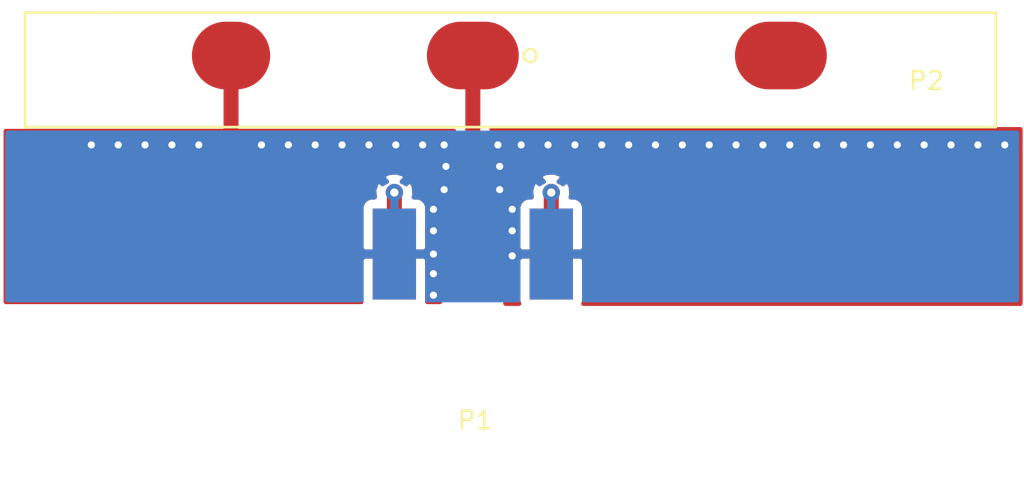
<source format=kicad_pcb>
(kicad_pcb (version 4) (host pcbnew 4.0.5)

  (general
    (links 11)
    (no_connects 2)
    (area 92.899999 95.1286 150.100001 124.895001)
    (thickness 1.6)
    (drawings 4)
    (tracks 50)
    (zones 0)
    (modules 2)
    (nets 3)
  )

  (page A4)
  (layers
    (0 F.Cu signal)
    (31 B.Cu signal)
    (32 B.Adhes user)
    (33 F.Adhes user)
    (34 B.Paste user)
    (35 F.Paste user)
    (36 B.SilkS user)
    (37 F.SilkS user)
    (38 B.Mask user)
    (39 F.Mask user)
    (40 Dwgs.User user)
    (41 Cmts.User user)
    (42 Eco1.User user)
    (43 Eco2.User user)
    (44 Edge.Cuts user)
    (45 Margin user)
    (46 B.CrtYd user)
    (47 F.CrtYd user)
    (48 B.Fab user)
    (49 F.Fab user)
  )

  (setup
    (last_trace_width 0.838)
    (trace_clearance 0.2)
    (zone_clearance 0.508)
    (zone_45_only no)
    (trace_min 0.2)
    (segment_width 0.2)
    (edge_width 0.15)
    (via_size 0.6)
    (via_drill 0.4)
    (via_min_size 0.4)
    (via_min_drill 0.3)
    (uvia_size 0.3)
    (uvia_drill 0.1)
    (uvias_allowed no)
    (uvia_min_size 0.2)
    (uvia_min_drill 0.1)
    (pcb_text_width 0.3)
    (pcb_text_size 1.5 1.5)
    (mod_edge_width 0.15)
    (mod_text_size 1 1)
    (mod_text_width 0.15)
    (pad_size 4.37 3.78)
    (pad_drill 0)
    (pad_to_mask_clearance 0.2)
    (aux_axis_origin 93.2 114.8)
    (visible_elements 7FFFFFFF)
    (pcbplotparams
      (layerselection 0x020f0_80000001)
      (usegerberextensions false)
      (excludeedgelayer true)
      (linewidth 0.100000)
      (plotframeref false)
      (viasonmask false)
      (mode 1)
      (useauxorigin true)
      (hpglpennumber 1)
      (hpglpenspeed 20)
      (hpglpendiameter 15)
      (hpglpenoverlay 2)
      (psnegative false)
      (psa4output false)
      (plotreference true)
      (plotvalue true)
      (plotinvisibletext false)
      (padsonsilk false)
      (subtractmaskfromsilk false)
      (outputformat 1)
      (mirror false)
      (drillshape 0)
      (scaleselection 1)
      (outputdirectory Gerber/))
  )

  (net 0 "")
  (net 1 "Net-(P1-Pad1)")
  (net 2 GND)

  (net_class Default "This is the default net class."
    (clearance 0.2)
    (trace_width 0.838)
    (via_dia 0.6)
    (via_drill 0.4)
    (uvia_dia 0.3)
    (uvia_drill 0.1)
    (add_net GND)
    (add_net "Net-(P1-Pad1)")
  )

  (module Connectors_Molex:Molex_SMA_Jack_Edge_Mount (layer F.Cu) (tedit 58C305FC) (tstamp 58C1E9AD)
    (at 119.3 110.38 90)
    (descr "Molex SMA Jack, Edge Mount, http://www.molex.com/pdm_docs/sd/732511150_sd.pdf")
    (tags "sma edge")
    (path /58C1E6D0)
    (attr smd)
    (fp_text reference P1 (at -11.01 0.14 180) (layer F.SilkS)
      (effects (font (size 1 1) (thickness 0.15)))
    )
    (fp_text value CONN_01X02 (at -8.49 -0.01 180) (layer F.Fab) hide
      (effects (font (size 1 1) (thickness 0.15)))
    )
    (fp_line (start -4.76 -0.38) (end 0.49 -0.38) (layer F.Fab) (width 0.1))
    (fp_line (start -4.76 0.38) (end 0.49 0.38) (layer F.Fab) (width 0.1))
    (fp_line (start 0.49 -0.38) (end 0.49 0.38) (layer F.Fab) (width 0.1))
    (fp_line (start 0.49 3.75) (end 0.49 4.76) (layer F.Fab) (width 0.1))
    (fp_line (start 0.49 -4.76) (end 0.49 -3.75) (layer F.Fab) (width 0.1))
    (fp_line (start -14.29 -6.09) (end -14.29 6.09) (layer F.CrtYd) (width 0.05))
    (fp_line (start -14.29 6.09) (end 2.71 6.09) (layer F.CrtYd) (width 0.05))
    (fp_line (start 2.71 -6.09) (end 2.71 6.09) (layer B.CrtYd) (width 0.05))
    (fp_line (start -14.29 -6.09) (end 2.71 -6.09) (layer B.CrtYd) (width 0.05))
    (fp_line (start -14.29 -6.09) (end -14.29 6.09) (layer B.CrtYd) (width 0.05))
    (fp_line (start -14.29 6.09) (end 2.71 6.09) (layer B.CrtYd) (width 0.05))
    (fp_line (start 2.71 -6.09) (end 2.71 6.09) (layer F.CrtYd) (width 0.05))
    (fp_line (start 2.71 -6.09) (end -14.29 -6.09) (layer F.CrtYd) (width 0.05))
    (fp_line (start -4.76 -3.75) (end 0.49 -3.75) (layer F.Fab) (width 0.1))
    (fp_line (start -4.76 3.75) (end 0.49 3.75) (layer F.Fab) (width 0.1))
    (fp_line (start -13.79 -2.65) (end -5.91 -2.65) (layer F.Fab) (width 0.1))
    (fp_line (start -13.79 -2.65) (end -13.79 2.65) (layer F.Fab) (width 0.1))
    (fp_line (start -13.79 2.65) (end -5.91 2.65) (layer F.Fab) (width 0.1))
    (fp_line (start -4.76 -3.75) (end -4.76 3.75) (layer F.Fab) (width 0.1))
    (fp_line (start 0.49 -4.76) (end -5.91 -4.76) (layer F.Fab) (width 0.1))
    (fp_line (start -5.91 -4.76) (end -5.91 4.76) (layer F.Fab) (width 0.1))
    (fp_line (start -5.91 4.76) (end 0.49 4.76) (layer F.Fab) (width 0.1))
    (pad 1 smd rect (at -1.72 0 90) (size 5.08 2.29) (layers F.Cu F.Paste F.Mask)
      (net 1 "Net-(P1-Pad1)"))
    (pad 2 smd rect (at -1.72 -4.38 90) (size 5.08 2.42) (layers F.Cu F.Paste F.Mask)
      (net 2 GND))
    (pad 2 smd rect (at -1.72 4.38 90) (size 5.08 2.42) (layers F.Cu F.Paste F.Mask)
      (net 2 GND))
    (pad 2 smd rect (at -1.72 -4.38 90) (size 5.08 2.42) (layers B.Cu B.Paste B.Mask)
      (net 2 GND))
    (pad 2 smd rect (at -1.72 4.38 90) (size 5.08 2.42) (layers B.Cu B.Paste B.Mask)
      (net 2 GND))
    (pad 2 thru_hole circle (at 1.72 -4.38 90) (size 0.97 0.97) (drill 0.46) (layers *.Cu)
      (net 2 GND))
    (pad 2 thru_hole circle (at 1.72 4.38 90) (size 0.97 0.97) (drill 0.46) (layers *.Cu)
      (net 2 GND))
    (pad 2 smd rect (at 1.27 -4.38 90) (size 0.89 0.46) (layers F.Cu)
      (net 2 GND))
    (pad 2 smd rect (at 1.27 4.38 90) (size 0.89 0.46) (layers F.Cu)
      (net 2 GND))
    (pad 2 smd rect (at 1.27 -4.38 90) (size 0.89 0.46) (layers B.Cu)
      (net 2 GND))
    (pad 2 smd rect (at 1.27 4.38 90) (size 0.89 0.46) (layers B.Cu)
      (net 2 GND))
  )

  (module "915 PCB Antenna 01:915 PCB Antenna 01" (layer F.Cu) (tedit 58C1F02A) (tstamp 58C1E9BD)
    (at 148.5011 105.0036)
    (path /58C1E75E)
    (fp_text reference P2 (at -3.8711 -2.5936) (layer F.SilkS)
      (effects (font (size 1 1) (thickness 0.15)))
    )
    (fp_text value CONN_01X02 (at -28.8 -8.9) (layer F.Fab) hide
      (effects (font (size 1 1) (thickness 0.15)))
    )
    (fp_line (start -54 0) (end -54.2 0) (layer F.SilkS) (width 0.15))
    (fp_line (start -53.9 -6.4) (end -54.2 -6.4) (layer F.SilkS) (width 0.15))
    (fp_line (start -54.2 -6.4) (end -54.2 0) (layer F.SilkS) (width 0.15))
    (fp_line (start 0 -6.4) (end 0 0) (layer F.SilkS) (width 0.15))
    (fp_line (start -50 -6.4) (end -54 -6.4) (layer F.SilkS) (width 0.15))
    (fp_line (start -54 0) (end -50 0) (layer F.SilkS) (width 0.15))
    (fp_line (start 0 0) (end -50 0) (layer F.SilkS) (width 0.15))
    (fp_line (start 0 -6.4) (end -50 -6.4) (layer F.SilkS) (width 0.15))
    (fp_circle (center -26 -4) (end -25.8 -3.7) (layer F.SilkS) (width 0.15))
    (pad 3 smd oval (at -12 -4) (size 5.13 3.78) (layers F.Cu F.Paste F.Mask))
    (pad 1 smd oval (at -29.2 -4) (size 5.13 3.78) (layers F.Cu F.Paste F.Mask)
      (net 1 "Net-(P1-Pad1)"))
    (pad 2 smd oval (at -42.7 -4) (size 4.37 3.78) (layers F.Cu F.Paste F.Mask)
      (net 2 GND))
  )

  (gr_line (start 150 98) (end 93 98) (angle 90) (layer Margin) (width 0.2))
  (gr_line (start 150 115) (end 150 98) (angle 90) (layer Margin) (width 0.2))
  (gr_line (start 93 115) (end 150 115) (angle 90) (layer Margin) (width 0.2))
  (gr_line (start 93 98) (end 93 115) (angle 90) (layer Margin) (width 0.2))

  (via (at 112 106) (size 0.6) (drill 0.4) (layers F.Cu B.Cu) (net 0))
  (via (at 110.5 106) (size 0.6) (drill 0.4) (layers F.Cu B.Cu) (net 0))
  (via (at 109 106) (size 0.6) (drill 0.4) (layers F.Cu B.Cu) (net 0))
  (via (at 107.5 106) (size 0.6) (drill 0.4) (layers F.Cu B.Cu) (net 0))
  (via (at 104 106) (size 0.6) (drill 0.4) (layers F.Cu B.Cu) (net 0))
  (via (at 102.5 106) (size 0.6) (drill 0.4) (layers F.Cu B.Cu) (net 0))
  (via (at 101 106) (size 0.6) (drill 0.4) (layers F.Cu B.Cu) (net 0))
  (via (at 99.5 106) (size 0.6) (drill 0.4) (layers F.Cu B.Cu) (net 0))
  (via (at 98 106) (size 0.6) (drill 0.4) (layers F.Cu B.Cu) (net 0))
  (via (at 117.7 106) (size 0.6) (drill 0.4) (layers F.Cu B.Cu) (net 0))
  (via (at 116.5 106) (size 0.6) (drill 0.4) (layers F.Cu B.Cu) (net 0))
  (via (at 115 106) (size 0.6) (drill 0.4) (layers F.Cu B.Cu) (net 0))
  (via (at 113.5 106) (size 0.6) (drill 0.4) (layers F.Cu B.Cu) (net 0))
  (via (at 117.1 109.6) (size 0.6) (drill 0.4) (layers F.Cu B.Cu) (net 0))
  (via (at 117.7 108.5) (size 0.6) (drill 0.4) (layers F.Cu B.Cu) (net 0))
  (via (at 117.8 107.2) (size 0.6) (drill 0.4) (layers F.Cu B.Cu) (net 0))
  (via (at 117.1 110.8) (size 0.6) (drill 0.4) (layers F.Cu B.Cu) (net 0))
  (via (at 120.7 106) (size 0.6) (drill 0.4) (layers F.Cu B.Cu) (net 0))
  (via (at 122 106) (size 0.6) (drill 0.4) (layers F.Cu B.Cu) (net 0))
  (via (at 123.5 106) (size 0.6) (drill 0.4) (layers F.Cu B.Cu) (net 0))
  (via (at 125 106) (size 0.6) (drill 0.4) (layers F.Cu B.Cu) (net 0))
  (via (at 126.5 106) (size 0.6) (drill 0.4) (layers F.Cu B.Cu) (net 0))
  (via (at 128 106) (size 0.6) (drill 0.4) (layers F.Cu B.Cu) (net 0))
  (via (at 129.5 106) (size 0.6) (drill 0.4) (layers F.Cu B.Cu) (net 0))
  (via (at 131 106) (size 0.6) (drill 0.4) (layers F.Cu B.Cu) (net 0))
  (via (at 132.5 106) (size 0.6) (drill 0.4) (layers F.Cu B.Cu) (net 0))
  (via (at 134 106) (size 0.6) (drill 0.4) (layers F.Cu B.Cu) (net 0))
  (via (at 135.5 106) (size 0.6) (drill 0.4) (layers F.Cu B.Cu) (net 0))
  (via (at 137 106) (size 0.6) (drill 0.4) (layers F.Cu B.Cu) (net 0))
  (via (at 138.5 106) (size 0.6) (drill 0.4) (layers F.Cu B.Cu) (net 0))
  (via (at 140 106) (size 0.6) (drill 0.4) (layers F.Cu B.Cu) (net 0))
  (via (at 141.5 106) (size 0.6) (drill 0.4) (layers F.Cu B.Cu) (net 0))
  (via (at 143 106) (size 0.6) (drill 0.4) (layers F.Cu B.Cu) (net 0))
  (via (at 144.5 106) (size 0.6) (drill 0.4) (layers F.Cu B.Cu) (net 0))
  (via (at 146 106) (size 0.6) (drill 0.4) (layers F.Cu B.Cu) (net 0))
  (via (at 147.5 106) (size 0.6) (drill 0.4) (layers F.Cu B.Cu) (net 0))
  (via (at 149 106) (size 0.6) (drill 0.4) (layers F.Cu B.Cu) (net 0))
  (via (at 117.1 113.2) (size 0.6) (drill 0.4) (layers F.Cu B.Cu) (net 0))
  (via (at 117.1 114.4) (size 0.6) (drill 0.4) (layers F.Cu B.Cu) (net 0))
  (via (at 117.1 112.1) (size 0.6) (drill 0.4) (layers F.Cu B.Cu) (net 0))
  (via (at 121.5 112.2) (size 0.6) (drill 0.4) (layers F.Cu B.Cu) (net 0))
  (via (at 121.5 110.8) (size 0.6) (drill 0.4) (layers F.Cu B.Cu) (net 0))
  (via (at 121.5 109.6) (size 0.6) (drill 0.4) (layers F.Cu B.Cu) (net 0))
  (via (at 120.8 107.2) (size 0.6) (drill 0.4) (layers F.Cu B.Cu) (net 0))
  (via (at 120.8 108.5) (size 0.6) (drill 0.4) (layers F.Cu B.Cu) (net 0))
  (segment (start 119.3011 101.0036) (end 119.3011 112.0989) (width 0.838) (layer F.Cu) (net 1))
  (segment (start 119.3011 112.0989) (end 119.3 112.1) (width 0.838) (layer F.Cu) (net 1) (tstamp 58C1EE10))
  (segment (start 105.8011 101.0036) (end 105.8011 105.8011) (width 0.838) (layer F.Cu) (net 2))
  (segment (start 114.92 108.66) (end 114.92 112.1) (width 0.838) (layer F.Cu) (net 2))
  (segment (start 123.68 108.66) (end 123.68 112.1) (width 0.838) (layer F.Cu) (net 2))

  (zone (net 2) (net_name GND) (layer F.Cu) (tstamp 58C1F126) (hatch edge 0.508)
    (connect_pads (clearance 0.508))
    (min_thickness 0.254)
    (fill yes (arc_segments 16) (thermal_gap 0.508) (thermal_bridge_width 0.508))
    (polygon
      (pts
        (xy 120.2 105.6) (xy 120.2 109) (xy 121 109) (xy 121 115) (xy 150 115)
        (xy 150 105) (xy 120.2 105)
      )
    )
    (filled_polygon
      (pts
        (xy 149.873 114.873) (xy 125.480807 114.873) (xy 125.525 114.766309) (xy 125.525 112.38575) (xy 125.36625 112.227)
        (xy 123.807 112.227) (xy 123.807 112.247) (xy 123.553 112.247) (xy 123.553 112.227) (xy 121.99375 112.227)
        (xy 121.835 112.38575) (xy 121.835 114.766309) (xy 121.879193 114.873) (xy 121.127 114.873) (xy 121.127 109.433691)
        (xy 121.835 109.433691) (xy 121.835 111.81425) (xy 121.99375 111.973) (xy 123.553 111.973) (xy 123.553 111.953)
        (xy 123.807 111.953) (xy 123.807 111.973) (xy 125.36625 111.973) (xy 125.525 111.81425) (xy 125.525 109.433691)
        (xy 125.428327 109.200302) (xy 125.249699 109.021673) (xy 125.01631 108.925) (xy 124.772129 108.925) (xy 124.813149 108.801436)
        (xy 124.781018 108.357032) (xy 124.672768 108.095692) (xy 124.4592 108.060405) (xy 124.331315 108.18829) (xy 124.269699 108.126673)
        (xy 124.102838 108.057557) (xy 124.279595 107.8808) (xy 124.244308 107.667232) (xy 123.821436 107.526851) (xy 123.377032 107.558982)
        (xy 123.115692 107.667232) (xy 123.080405 107.8808) (xy 123.257162 108.057557) (xy 123.090301 108.126673) (xy 123.028685 108.18829)
        (xy 122.9008 108.060405) (xy 122.687232 108.095692) (xy 122.546851 108.518564) (xy 122.576237 108.925) (xy 122.34369 108.925)
        (xy 122.110301 109.021673) (xy 121.931673 109.200302) (xy 121.835 109.433691) (xy 121.127 109.433691) (xy 121.127 109)
        (xy 121.116994 108.95059) (xy 121.088553 108.908965) (xy 121.046159 108.881685) (xy 121 108.873) (xy 120.3551 108.873)
        (xy 120.3551 105.127) (xy 149.873 105.127)
      )
    )
  )
  (zone (net 2) (net_name GND) (layer F.Cu) (tstamp 58C1F138) (hatch edge 0.508)
    (connect_pads (clearance 0.508))
    (min_thickness 0.254)
    (fill yes (arc_segments 16) (thermal_gap 0.508) (thermal_bridge_width 0.508))
    (polygon
      (pts
        (xy 118.5 105.1) (xy 93.1 105.1) (xy 93.1 114.9) (xy 117.6 114.9) (xy 117.6 109)
        (xy 118.5 109)
      )
    )
    (filled_polygon
      (pts
        (xy 118.2471 108.873) (xy 117.6 108.873) (xy 117.55059 108.883006) (xy 117.508965 108.911447) (xy 117.481685 108.953841)
        (xy 117.473 109) (xy 117.473 114.773) (xy 116.762228 114.773) (xy 116.765 114.766309) (xy 116.765 112.38575)
        (xy 116.60625 112.227) (xy 115.047 112.227) (xy 115.047 112.247) (xy 114.793 112.247) (xy 114.793 112.227)
        (xy 113.23375 112.227) (xy 113.075 112.38575) (xy 113.075 114.766309) (xy 113.077772 114.773) (xy 93.227 114.773)
        (xy 93.227 109.433691) (xy 113.075 109.433691) (xy 113.075 111.81425) (xy 113.23375 111.973) (xy 114.793 111.973)
        (xy 114.793 111.953) (xy 115.047 111.953) (xy 115.047 111.973) (xy 116.60625 111.973) (xy 116.765 111.81425)
        (xy 116.765 109.433691) (xy 116.668327 109.200302) (xy 116.489699 109.021673) (xy 116.25631 108.925) (xy 116.012129 108.925)
        (xy 116.053149 108.801436) (xy 116.021018 108.357032) (xy 115.912768 108.095692) (xy 115.6992 108.060405) (xy 115.571315 108.18829)
        (xy 115.509699 108.126673) (xy 115.342838 108.057557) (xy 115.519595 107.8808) (xy 115.484308 107.667232) (xy 115.061436 107.526851)
        (xy 114.617032 107.558982) (xy 114.355692 107.667232) (xy 114.320405 107.8808) (xy 114.497162 108.057557) (xy 114.330301 108.126673)
        (xy 114.268685 108.18829) (xy 114.1408 108.060405) (xy 113.927232 108.095692) (xy 113.786851 108.518564) (xy 113.816237 108.925)
        (xy 113.58369 108.925) (xy 113.350301 109.021673) (xy 113.171673 109.200302) (xy 113.075 109.433691) (xy 93.227 109.433691)
        (xy 93.227 105.227) (xy 118.2471 105.227)
      )
    )
  )
  (zone (net 2) (net_name GND) (layer B.Cu) (tstamp 58C33693) (hatch edge 0.508)
    (connect_pads (clearance 0.508))
    (min_thickness 0.254)
    (fill yes (arc_segments 16) (thermal_gap 0.508) (thermal_bridge_width 0.508))
    (polygon
      (pts
        (xy 149.8 114.8) (xy 93.2 114.8) (xy 93.2 105.2) (xy 149.8 105.2)
      )
    )
    (filled_polygon
      (pts
        (xy 149.673 114.673) (xy 125.525 114.673) (xy 125.525 112.38575) (xy 125.36625 112.227) (xy 123.807 112.227)
        (xy 123.807 112.247) (xy 123.553 112.247) (xy 123.553 112.227) (xy 121.99375 112.227) (xy 121.835 112.38575)
        (xy 121.835 114.673) (xy 116.765 114.673) (xy 116.765 112.38575) (xy 116.60625 112.227) (xy 115.047 112.227)
        (xy 115.047 112.247) (xy 114.793 112.247) (xy 114.793 112.227) (xy 113.23375 112.227) (xy 113.075 112.38575)
        (xy 113.075 114.673) (xy 93.327 114.673) (xy 93.327 109.433691) (xy 113.075 109.433691) (xy 113.075 111.81425)
        (xy 113.23375 111.973) (xy 114.793 111.973) (xy 114.793 111.953) (xy 115.047 111.953) (xy 115.047 111.973)
        (xy 116.60625 111.973) (xy 116.765 111.81425) (xy 116.765 109.433691) (xy 121.835 109.433691) (xy 121.835 111.81425)
        (xy 121.99375 111.973) (xy 123.553 111.973) (xy 123.553 111.953) (xy 123.807 111.953) (xy 123.807 111.973)
        (xy 125.36625 111.973) (xy 125.525 111.81425) (xy 125.525 109.433691) (xy 125.428327 109.200302) (xy 125.249699 109.021673)
        (xy 125.01631 108.925) (xy 124.772129 108.925) (xy 124.813149 108.801436) (xy 124.781018 108.357032) (xy 124.672768 108.095692)
        (xy 124.4592 108.060405) (xy 124.331315 108.18829) (xy 124.269699 108.126673) (xy 124.102838 108.057557) (xy 124.279595 107.8808)
        (xy 124.244308 107.667232) (xy 123.821436 107.526851) (xy 123.377032 107.558982) (xy 123.115692 107.667232) (xy 123.080405 107.8808)
        (xy 123.257162 108.057557) (xy 123.090301 108.126673) (xy 123.028685 108.18829) (xy 122.9008 108.060405) (xy 122.687232 108.095692)
        (xy 122.546851 108.518564) (xy 122.576237 108.925) (xy 122.34369 108.925) (xy 122.110301 109.021673) (xy 121.931673 109.200302)
        (xy 121.835 109.433691) (xy 116.765 109.433691) (xy 116.668327 109.200302) (xy 116.489699 109.021673) (xy 116.25631 108.925)
        (xy 116.012129 108.925) (xy 116.053149 108.801436) (xy 116.021018 108.357032) (xy 115.912768 108.095692) (xy 115.6992 108.060405)
        (xy 115.571315 108.18829) (xy 115.509699 108.126673) (xy 115.342838 108.057557) (xy 115.519595 107.8808) (xy 115.484308 107.667232)
        (xy 115.061436 107.526851) (xy 114.617032 107.558982) (xy 114.355692 107.667232) (xy 114.320405 107.8808) (xy 114.497162 108.057557)
        (xy 114.330301 108.126673) (xy 114.268685 108.18829) (xy 114.1408 108.060405) (xy 113.927232 108.095692) (xy 113.786851 108.518564)
        (xy 113.816237 108.925) (xy 113.58369 108.925) (xy 113.350301 109.021673) (xy 113.171673 109.200302) (xy 113.075 109.433691)
        (xy 93.327 109.433691) (xy 93.327 105.327) (xy 149.673 105.327)
      )
    )
  )
)

</source>
